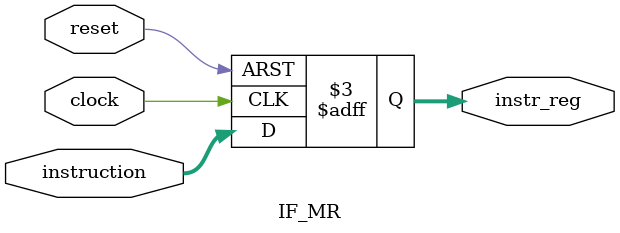
<source format=v>
`timescale 1ns / 1ps

module IF_MR (clock, reset, instruction, instr_reg);
	
	input clock, reset;
	input [31:0] instruction;
	output reg [31:0] instr_reg;
	
	always @ (posedge clock or negedge reset)
	begin
		if (!reset)
			instr_reg <= 0;
		else
			instr_reg <= instruction;
	end
	
endmodule

</source>
